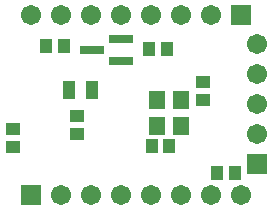
<source format=gbs>
G04*
G04 #@! TF.GenerationSoftware,Altium Limited,Altium Designer,22.4.2 (48)*
G04*
G04 Layer_Color=16711935*
%FSLAX25Y25*%
%MOIN*%
G70*
G04*
G04 #@! TF.SameCoordinates,0592E0CC-BA3F-4339-BE53-95EDDC47ECB4*
G04*
G04*
G04 #@! TF.FilePolarity,Negative*
G04*
G01*
G75*
%ADD19R,0.03950X0.04540*%
%ADD21R,0.06706X0.06706*%
%ADD22C,0.06706*%
%ADD23R,0.06706X0.06706*%
%ADD38R,0.05524X0.06312*%
%ADD39R,0.04540X0.03950*%
%ADD40R,0.03950X0.06115*%
%ADD41R,0.07887X0.03162*%
D19*
X79921Y14567D02*
D03*
X73819D02*
D03*
X57087Y56102D02*
D03*
X51181D02*
D03*
X16732Y56968D02*
D03*
X22638D02*
D03*
X51968Y23622D02*
D03*
X57874D02*
D03*
D21*
X87087Y17559D02*
D03*
D22*
Y27559D02*
D03*
Y37559D02*
D03*
Y47559D02*
D03*
Y57559D02*
D03*
X21811Y7402D02*
D03*
X31811D02*
D03*
X41811D02*
D03*
X51811D02*
D03*
X61811D02*
D03*
X71811D02*
D03*
X81811D02*
D03*
X71811Y67402D02*
D03*
X61811D02*
D03*
X51811D02*
D03*
X41811D02*
D03*
X31811D02*
D03*
X21811D02*
D03*
X11811D02*
D03*
D23*
Y7402D02*
D03*
X81811Y67402D02*
D03*
D38*
X53839Y39075D02*
D03*
X61713D02*
D03*
X53839Y30413D02*
D03*
X61713D02*
D03*
D39*
X5906Y29331D02*
D03*
Y23228D02*
D03*
X69291Y44882D02*
D03*
Y38976D02*
D03*
X26969Y27657D02*
D03*
Y33563D02*
D03*
D40*
X24508Y42520D02*
D03*
X32185D02*
D03*
D41*
X41732Y59449D02*
D03*
Y51968D02*
D03*
X32283Y55709D02*
D03*
M02*

</source>
